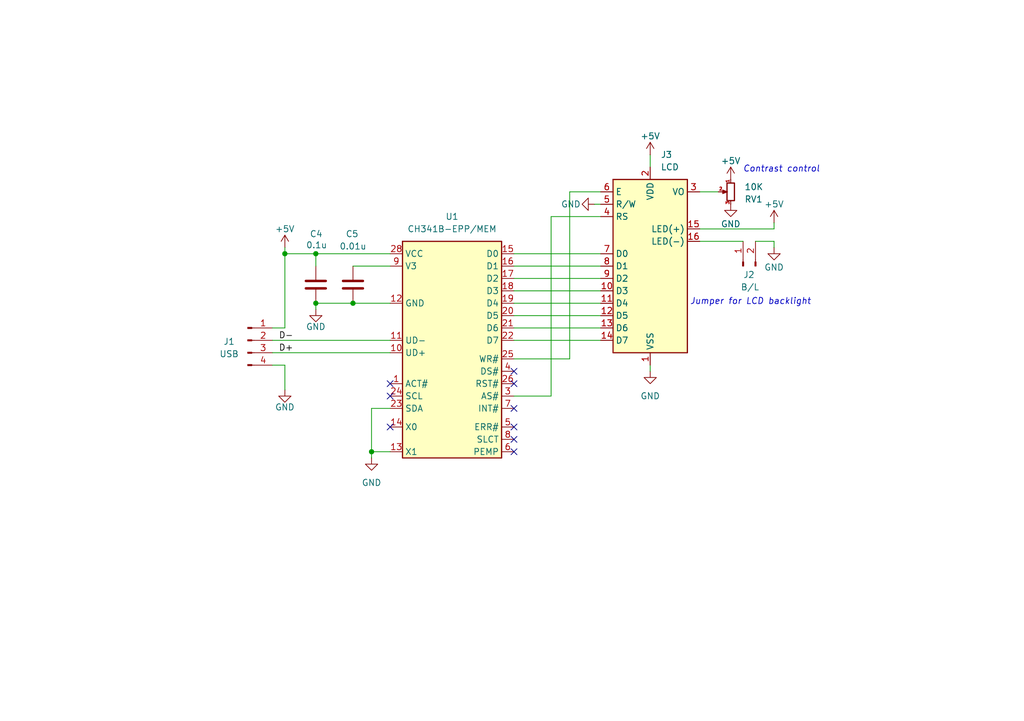
<source format=kicad_sch>
(kicad_sch (version 20250114) (generator "eeschema") (generator_version "9.0")
  (paper "A5")
  (lib_symbols
    (symbol "CH341A:CH341B-EPP/MEM"
      (property "Reference" "U" (at -7.366 29.21 0))
      (property "Value" "CH341B-EPP/MEM" (at -8.89 26.924 0))
      (symbol "CH341B-EPP/MEM_0_1"
        (rectangle (start -10.16 25.4) (end 10.16 -19.05) (stroke (width 0.254)) (fill (type background)))
      )
      (symbol "CH341B-EPP/MEM_1_0"
        (pin power_in line (at -12.7 22.86 0) (length 2.54) (name "VCC") (number "28"))
        (pin power_in line (at -12.7 20.32 0) (length 2.54) (name "V3") (number "9"))
        (pin power_in line (at -12.7 12.7 0) (length 2.54) (name "GND") (number "12"))
        (pin input line (at -12.7 5.08 0) (length 2.54) (name "UD-") (number "11"))
        (pin output line (at -12.7 2.54 0) (length 2.54) (name "UD+") (number "10"))
        (pin input line (at -12.7 -3.81 0) (length 2.54) (name "ACT#") (number "1"))
        (pin passive line (at -12.7 -6.35 0) (length 2.54) (name "SCL") (number "24"))
        (pin passive line (at -12.7 -8.89 0) (length 2.54) (name "SDA") (number "23"))
        (pin passive line (at -12.7 -12.7 0) (length 2.54) (name "X0") (number "14"))
        (pin passive line (at -12.7 -17.78 0) (length 2.54) (name "X1") (number "13"))
        (pin no_connect line (at 10.16 -19.05 180) (length 2.54) (hide yes) (name "NC") (number "18"))
        (pin no_connect line (at 10.16 -19.05 180) (length 2.54) (hide yes) (name "NC") (number "27"))
        (pin bidirectional line (at 12.7 22.86 180) (length 2.54) (name "D0") (number "15"))
        (pin bidirectional line (at 12.7 20.32 180) (length 2.54) (name "D1") (number "16"))
        (pin bidirectional line (at 12.7 17.78 180) (length 2.54) (name "D2") (number "17"))
        (pin bidirectional line (at 12.7 15.24 180) (length 2.54) (name "D3") (number "18"))
        (pin bidirectional line (at 12.7 12.7 180) (length 2.54) (name "D4") (number "19"))
        (pin bidirectional line (at 12.7 10.16 180) (length 2.54) (name "D5") (number "20"))
        (pin bidirectional line (at 12.7 7.62 180) (length 2.54) (name "D6") (number "21"))
        (pin bidirectional line (at 12.7 5.08 180) (length 2.54) (name "D7") (number "22"))
        (pin bidirectional line (at 12.7 1.27 180) (length 2.54) (name "WR#") (number "25"))
        (pin bidirectional line (at 12.7 -1.27 180) (length 2.54) (name "DS#") (number "4"))
        (pin bidirectional line (at 12.7 -3.81 180) (length 2.54) (name "RST#") (number "26"))
        (pin bidirectional line (at 12.7 -6.35 180) (length 2.54) (name "AS#") (number "3"))
        (pin bidirectional line (at 12.7 -8.89 180) (length 2.54) (name "INT#") (number "7"))
        (pin bidirectional line (at 12.7 -12.7 180) (length 2.54) (name "ERR#") (number "5"))
        (pin bidirectional line (at 12.7 -15.24 180) (length 2.54) (name "SLCT") (number "8"))
        (pin bidirectional line (at 12.7 -17.78 180) (length 2.54) (name "PEMP") (number "6"))
      )
    )
    (symbol "Connector:Conn_01x02_Pin" (pin_names (offset 1.016) (hide yes))
      (property "Reference" "J" (at 0 2.54 0))
      (property "Value" "Conn_01x02_Pin" (at 0 -5.08 0))
      (symbol "Conn_01x02_Pin_1_1"
        (rectangle (start 0.8636 0.127) (end 0 -0.127) (stroke (width 0.1524)) (fill (type outline)))
        (rectangle (start 0.8636 -2.413) (end 0 -2.667) (stroke (width 0.1524)) (fill (type outline)))
        (polyline (pts (xy 1.27 0) (xy 0.8636 0)) (stroke (width 0.1524)))
        (polyline (pts (xy 1.27 -2.54) (xy 0.8636 -2.54)) (stroke (width 0.1524)))
        (pin passive line (at 5.08 0 180) (length 3.81) (name "Pin_1") (number "1"))
        (pin passive line (at 5.08 -2.54 180) (length 3.81) (name "Pin_2") (number "2"))
      )
    )
    (symbol "Connector:Conn_01x04_Pin" (pin_names (offset 1.016) (hide yes))
      (property "Reference" "J" (at 0 5.08 0))
      (property "Value" "Conn_01x04_Pin" (at 0 -7.62 0))
      (symbol "Conn_01x04_Pin_1_1"
        (rectangle (start 0.8636 2.667) (end 0 2.413) (stroke (width 0.1524)) (fill (type outline)))
        (rectangle (start 0.8636 0.127) (end 0 -0.127) (stroke (width 0.1524)) (fill (type outline)))
        (rectangle (start 0.8636 -2.413) (end 0 -2.667) (stroke (width 0.1524)) (fill (type outline)))
        (rectangle (start 0.8636 -4.953) (end 0 -5.207) (stroke (width 0.1524)) (fill (type outline)))
        (polyline (pts (xy 1.27 2.54) (xy 0.8636 2.54)) (stroke (width 0.1524)))
        (polyline (pts (xy 1.27 0) (xy 0.8636 0)) (stroke (width 0.1524)))
        (polyline (pts (xy 1.27 -2.54) (xy 0.8636 -2.54)) (stroke (width 0.1524)))
        (polyline (pts (xy 1.27 -5.08) (xy 0.8636 -5.08)) (stroke (width 0.1524)))
        (pin passive line (at 5.08 2.54 180) (length 3.81) (name "Pin_1") (number "1"))
        (pin passive line (at 5.08 0 180) (length 3.81) (name "Pin_2") (number "2"))
        (pin passive line (at 5.08 -2.54 180) (length 3.81) (name "Pin_3") (number "3"))
        (pin passive line (at 5.08 -5.08 180) (length 3.81) (name "Pin_4") (number "4"))
      )
    )
    (symbol "Device:C" (pin_numbers (hide yes)) (pin_names (offset 0.254))
      (property "Reference" "C" (at 0.635 2.54 0))
      (property "Value" "C" (at 0.635 -2.54 0))
      (symbol "C_0_1"
        (polyline (pts (xy -2.032 0.762) (xy 2.032 0.762)) (stroke (width 0.508)))
        (polyline (pts (xy -2.032 -0.762) (xy 2.032 -0.762)) (stroke (width 0.508)))
      )
      (symbol "C_1_1"
        (pin passive line (at 0 3.81 270) (length 2.794) (name "~") (number "1"))
        (pin passive line (at 0 -3.81 90) (length 2.794) (name "~") (number "2"))
      )
    )
    (symbol "Device:R_Potentiometer_Small" (pin_names (offset 1.016) (hide yes))
      (property "Reference" "RV" (at -4.445 0 90))
      (property "Value" "R_Potentiometer_Small" (at -2.54 0 90))
      (symbol "R_Potentiometer_Small_0_1"
        (rectangle (start 0.762 1.8034) (end -0.762 -1.8034) (stroke (width 0.254)))
        (polyline (pts (xy 0.889 0) (xy 0.635 0) (xy 1.651 0.381) (xy 1.651 -0.381) (xy 0.635 0) (xy 0.889 0)) (fill (type outline)))
      )
      (symbol "R_Potentiometer_Small_1_1"
        (pin passive line (at 0 2.54 270) (length 0.635) (name "1") (number "1"))
        (pin passive line (at 0 -2.54 90) (length 0.635) (name "3") (number "3"))
        (pin passive line (at 2.54 0 180) (length 0.9906) (name "2") (number "2"))
      )
    )
    (symbol "Display_Character:WC1602A"
      (property "Reference" "DS" (at -5.842 19.05 0))
      (property "Value" "WC1602A" (at 5.334 19.05 0))
      (symbol "WC1602A_1_1"
        (rectangle (start -7.62 17.78) (end 7.62 -17.78) (stroke (width 0.254)) (fill (type background)))
        (pin input line (at -10.16 15.24 0) (length 2.54) (name "E") (number "6"))
        (pin input line (at -10.16 12.7 0) (length 2.54) (name "R/W") (number "5"))
        (pin input line (at -10.16 10.16 0) (length 2.54) (name "RS") (number "4"))
        (pin input line (at -10.16 2.54 0) (length 2.54) (name "D0") (number "7"))
        (pin input line (at -10.16 0 0) (length 2.54) (name "D1") (number "8"))
        (pin input line (at -10.16 -2.54 0) (length 2.54) (name "D2") (number "9"))
        (pin input line (at -10.16 -5.08 0) (length 2.54) (name "D3") (number "10"))
        (pin input line (at -10.16 -7.62 0) (length 2.54) (name "D4") (number "11"))
        (pin input line (at -10.16 -10.16 0) (length 2.54) (name "D5") (number "12"))
        (pin input line (at -10.16 -12.7 0) (length 2.54) (name "D6") (number "13"))
        (pin input line (at -10.16 -15.24 0) (length 2.54) (name "D7") (number "14"))
        (pin power_in line (at 0 20.32 270) (length 2.54) (name "VDD") (number "2"))
        (pin power_in line (at 0 -20.32 90) (length 2.54) (name "VSS") (number "1"))
        (pin input line (at 10.16 15.24 180) (length 2.54) (name "VO") (number "3"))
        (pin power_in line (at 10.16 7.62 180) (length 2.54) (name "LED(+)") (number "15"))
        (pin power_in line (at 10.16 5.08 180) (length 2.54) (name "LED(-)") (number "16"))
      )
    )
    (symbol "power:+5V" (power) (pin_numbers (hide yes)) (pin_names (offset 0) (hide yes))
      (property "Value" "+5V" (at 0 3.556 0))
      (symbol "+5V_0_1"
        (polyline (pts (xy -0.762 1.27) (xy 0 2.54)))
        (polyline (pts (xy 0 2.54) (xy 0.762 1.27)))
        (polyline (pts (xy 0 0) (xy 0 2.54)))
      )
      (symbol "+5V_1_1"
        (pin power_in line (at 0 0 90) (length 0) (name "~") (number "1"))
      )
    )
    (symbol "power:GND" (power) (pin_numbers (hide yes)) (pin_names (offset 0) (hide yes))
      (property "Value" "GND" (at 0 -3.81 0))
      (symbol "GND_0_1"
        (polyline (pts (xy 0 0) (xy 0 -1.27) (xy 1.27 -1.27) (xy 0 -2.54) (xy -1.27 -1.27) (xy 0 -1.27)))
      )
      (symbol "GND_1_1"
        (pin power_in line (at 0 0 270) (length 0) (name "~") (number "1"))
      )
    )
  )
  (text "Contrast control" (at 160.274 34.798 0) (effects (font (size 1.27 1.27) (italic yes))))
  (text "Jumper for LCD backlight\n" (at 153.924 61.976 0) (effects (font (size 1.27 1.27) (italic yes))))
  (junction (at 72.39 62.23))
  (junction (at 76.2 92.71))
  (junction (at 64.77 52.07))
  (junction (at 58.42 52.07))
  (junction (at 64.77 62.23))
  (no_connect (at 105.41 87.63))
  (no_connect (at 105.41 76.2))
  (no_connect (at 80.01 87.63))
  (no_connect (at 105.41 78.74))
  (no_connect (at 105.41 90.17))
  (no_connect (at 80.01 81.28))
  (no_connect (at 105.41 92.71))
  (no_connect (at 105.41 83.82))
  (no_connect (at 80.01 78.74))
  (wire (pts (xy 58.42 52.07) (xy 58.42 50.8)))
  (wire (pts (xy 154.94 49.53) (xy 158.75 49.53)))
  (wire (pts (xy 105.41 81.28) (xy 113.03 81.28)))
  (wire (pts (xy 121.92 41.91) (xy 123.19 41.91)))
  (wire (pts (xy 80.01 52.07) (xy 64.77 52.07)))
  (wire (pts (xy 55.88 72.39) (xy 80.01 72.39)))
  (wire (pts (xy 105.41 69.85) (xy 123.19 69.85)))
  (wire (pts (xy 158.75 49.53) (xy 158.75 50.8)))
  (wire (pts (xy 116.84 39.37) (xy 123.19 39.37)))
  (wire (pts (xy 133.35 31.75) (xy 133.35 34.29)))
  (wire (pts (xy 105.41 57.15) (xy 123.19 57.15)))
  (wire (pts (xy 105.41 52.07) (xy 123.19 52.07)))
  (wire (pts (xy 105.41 59.69) (xy 123.19 59.69)))
  (wire (pts (xy 76.2 92.71) (xy 76.2 93.98)))
  (wire (pts (xy 143.51 39.37) (xy 147.32 39.37)))
  (wire (pts (xy 105.41 64.77) (xy 123.19 64.77)))
  (wire (pts (xy 105.41 62.23) (xy 123.19 62.23)))
  (wire (pts (xy 55.88 69.85) (xy 80.01 69.85)))
  (wire (pts (xy 64.77 52.07) (xy 64.77 54.61)))
  (wire (pts (xy 58.42 52.07) (xy 58.42 67.31)))
  (wire (pts (xy 143.51 46.99) (xy 158.75 46.99)))
  (wire (pts (xy 143.51 49.53) (xy 152.4 49.53)))
  (wire (pts (xy 58.42 74.93) (xy 58.42 80.01)))
  (wire (pts (xy 64.77 62.23) (xy 64.77 63.5)))
  (wire (pts (xy 72.39 54.61) (xy 80.01 54.61)))
  (wire (pts (xy 113.03 44.45) (xy 123.19 44.45)))
  (wire (pts (xy 55.88 74.93) (xy 58.42 74.93)))
  (wire (pts (xy 105.41 67.31) (xy 123.19 67.31)))
  (wire (pts (xy 58.42 52.07) (xy 64.77 52.07)))
  (wire (pts (xy 105.41 54.61) (xy 123.19 54.61)))
  (wire (pts (xy 116.84 73.66) (xy 105.41 73.66)))
  (wire (pts (xy 76.2 83.82) (xy 76.2 92.71)))
  (wire (pts (xy 72.39 62.23) (xy 64.77 62.23)))
  (wire (pts (xy 80.01 92.71) (xy 76.2 92.71)))
  (wire (pts (xy 113.03 81.28) (xy 113.03 44.45)))
  (wire (pts (xy 55.88 67.31) (xy 58.42 67.31)))
  (wire (pts (xy 80.01 83.82) (xy 76.2 83.82)))
  (wire (pts (xy 133.35 74.93) (xy 133.35 76.2)))
  (wire (pts (xy 158.75 45.72) (xy 158.75 46.99)))
  (wire (pts (xy 116.84 39.37) (xy 116.84 73.66)))
  (wire (pts (xy 80.01 62.23) (xy 72.39 62.23)))
  (label "D+" (at 57.15 72.39 0))
  (label "D-" (at 57.15 69.85 0))
  (symbol (lib_id "CH341A:CH341B-EPP/MEM") (at 92.71 74.93 0) (unit 1)
    (property "Reference" "U1" (at 92.71 44.45 0))
    (property "Value" "CH341B-EPP/MEM" (at 92.71 46.99 0))
    (property "Footprint" "Package_SO:SOP-28_8.4x18.16mm_P1.27mm" (effects (hide yes)))
    (property "Datasheet" "https://www.lcsc.com/datasheet/C19185820.pdf" (effects (hide yes)))
    (property "Description" "USB 2.0 SOP-28-300mil Interface Controllers RoHS, in EPP/MEM mode." (effects (hide yes)))
    (property "LCSC Part #" "C19185820" (effects (hide yes)))
  )
  (symbol (lib_id "power:GND") (at 149.86 41.91 0) (unit 1)
    (property "Reference" "#PWR08" (effects (hide yes)))
    (property "Value" "GND" (at 149.86 45.974 0))
    (property "Description" "Power symbol creates a global label with name \"GND\" , ground" (effects (hide yes)))
  )
  (symbol (lib_id "power:GND") (at 76.2 93.98 0) (unit 1)
    (property "Reference" "#PWR011" (effects (hide yes)))
    (property "Value" "GND" (at 76.2 99.06 0))
    (property "Description" "Power symbol creates a global label with name \"GND\" , ground" (effects (hide yes)))
  )
  (symbol (lib_id "Device:C") (at 72.39 58.42 0) (unit 1)
    (property "Reference" "C5" (at 70.866 48.006 0) (effects (justify left)))
    (property "Value" "0.01u" (at 69.596 50.546 0) (effects (justify left)))
    (property "Footprint" "Capacitor_SMD:C_0805_2012Metric_Pad1.18x1.45mm_HandSolder" (effects (hide yes)))
    (property "Datasheet" "https://www.lcsc.com/datasheet/C519911.pdf" (effects (hide yes)))
    (property "Description" "CAP CER 10nF 25V X7R 0805" (effects (hide yes)))
    (property "LCSC Part #" "C519911" (effects (hide yes)))
  )
  (symbol (lib_id "power:GND") (at 158.75 50.8 0) (unit 1)
    (property "Reference" "#PWR06" (effects (hide yes)))
    (property "Value" "GND" (at 158.75 54.864 0))
    (property "Description" "Power symbol creates a global label with name \"GND\" , ground" (effects (hide yes)))
  )
  (symbol (lib_id "power:+5V") (at 58.42 50.8 0) (unit 1)
    (property "Reference" "#PWR03" (effects (hide yes)))
    (property "Value" "+5V" (at 58.42 46.99 0))
    (property "Description" "Power symbol creates a global label with name \"+5V\"" (effects (hide yes)))
  )
  (symbol (lib_id "Device:C") (at 64.77 58.42 0) (unit 1)
    (property "Reference" "C4" (at 63.5 48.006 0) (effects (justify left)))
    (property "Value" "0.1u" (at 62.738 50.292 0) (effects (justify left)))
    (property "Footprint" "Capacitor_SMD:C_0805_2012Metric_Pad1.18x1.45mm_HandSolder" (effects (hide yes)))
    (property "Datasheet" "https://www.lcsc.com/datasheet/C519981.pdf" (effects (hide yes)))
    (property "Description" "CAP CER 100nF 25V X7R 0805" (effects (hide yes)))
    (property "LCSC Part #" "C519981" (effects (hide yes)))
  )
  (symbol (lib_id "power:GND") (at 133.35 76.2 0) (unit 1)
    (property "Reference" "#PWR01" (effects (hide yes)))
    (property "Value" "GND" (at 133.35 81.28 0))
    (property "Description" "Power symbol creates a global label with name \"GND\" , ground" (effects (hide yes)))
  )
  (symbol (lib_id "power:+5V") (at 158.75 45.72 0) (unit 1)
    (property "Reference" "#PWR07" (effects (hide yes)))
    (property "Value" "+5V" (at 158.75 41.91 0))
    (property "Description" "Power symbol creates a global label with name \"+5V\"" (effects (hide yes)))
  )
  (symbol (lib_id "Device:R_Potentiometer_Small") (at 149.86 39.37 0) (mirror y) (unit 1)
    (property "Reference" "RV1" (at 152.654 40.894 0) (effects (justify right)))
    (property "Value" "10K" (at 152.654 38.354 0) (effects (justify right)))
    (property "Footprint" "Potentiometer_THT:Potentiometer_Vishay_T73YP_Vertical" (effects (hide yes)))
    (property "Datasheet" "https://www.lcsc.com/datasheet/C48997914.pdf" (effects (hide yes)))
    (property "Description" "POT 10kΩ 500mW Through Hole" (effects (hide yes)))
    (property "LCSC Part #" "C48997914" (effects (hide yes)))
  )
  (symbol (lib_id "power:GND") (at 121.92 41.91 270) (unit 1)
    (property "Reference" "#PWR04" (effects (hide yes)))
    (property "Value" "GND" (at 119.126 41.91 90) (effects (justify right)))
    (property "Description" "Power symbol creates a global label with name \"GND\" , ground" (effects (hide yes)))
  )
  (symbol (lib_id "power:+5V") (at 149.86 36.83 0) (unit 1)
    (property "Reference" "#PWR09" (effects (hide yes)))
    (property "Value" "+5V" (at 149.86 33.02 0))
    (property "Description" "Power symbol creates a global label with name \"+5V\"" (effects (hide yes)))
  )
  (symbol (lib_id "power:GND") (at 64.77 63.5 0) (unit 1)
    (property "Reference" "#PWR02" (effects (hide yes)))
    (property "Value" "GND" (at 64.77 67.056 0))
    (property "Description" "Power symbol creates a global label with name \"GND\" , ground" (effects (hide yes)))
  )
  (symbol (lib_id "power:+5V") (at 133.35 31.75 0) (unit 1)
    (property "Reference" "#PWR05" (effects (hide yes)))
    (property "Value" "+5V" (at 133.35 27.94 0))
    (property "Description" "Power symbol creates a global label with name \"+5V\"" (effects (hide yes)))
  )
  (symbol (lib_id "power:GND") (at 58.42 80.01 0) (unit 1)
    (property "Reference" "#PWR010" (effects (hide yes)))
    (property "Value" "GND" (at 58.42 83.566 0))
    (property "Description" "Power symbol creates a global label with name \"GND\" , ground" (effects (hide yes)))
  )
  (symbol (lib_id "Connector:Conn_01x02_Pin") (at 152.4 54.61 90) (unit 1)
    (property "Reference" "J2" (at 152.4 56.388 90) (effects (justify right)))
    (property "Value" "B/L" (at 151.892 58.928 90) (effects (justify right)))
    (property "Footprint" "Connector_PinHeader_2.54mm:PinHeader_1x02_P2.54mm_Vertical" (effects (hide yes)))
    (property "Datasheet" "https://www.lcsc.com/datasheet/C52016390.pdf" (effects (hide yes)))
    (property "Description" "2P 1x2P Gold Brass -40℃~+105℃ Pin Header 2.54mm 2.5mm 6mm 1kV 3mm 3A 1 Through Hole Through Hole,P=2.54mm Headers, Male Pins RoHS" (effects (hide yes)))
    (property "LCSC Part #" "C52016390" (effects (hide yes)))
  )
  (symbol (lib_id "Display_Character:WC1602A") (at 133.35 54.61 0) (unit 1)
    (property "Reference" "J3" (at 135.4933 31.75 0) (effects (justify left)))
    (property "Value" "LCD" (at 135.4933 34.29 0) (effects (justify left)))
    (property "Footprint" "Connector_PinHeader_2.54mm:PinHeader_1x16_P2.54mm_Vertical" (effects (hide yes)))
    (property "Datasheet" "https://www.lcsc.com/datasheet/C41375939.pdf" (effects (hide yes)))
    (property "Description" "CONN HEADER 16POS 2.54mm SINGLE ROW TH" (effects (hide yes)))
    (property "LCSC Part #" "C41375939" (effects (hide yes)))
  )
  (symbol (lib_id "Connector:Conn_01x04_Pin") (at 50.8 69.85 0) (unit 1)
    (property "Reference" "J1" (at 46.99 70.104 0))
    (property "Value" "USB" (at 46.99 72.644 0))
    (property "Footprint" "Connector_PinHeader_2.54mm:PinHeader_1x04_P2.54mm_Vertical" (effects (hide yes)))
    (property "Datasheet" "https://www.lcsc.com/datasheet/C52016392.pdf" (effects (hide yes)))
    (property "Description" "1x4P 4P Gold Brass -40℃~+105℃ Pin Header 2.54mm 2.5mm 6mm 1kV 3mm 3A 1 Through Hole Through Hole,P=2.54mm Headers, Male Pins RoHS" (effects (hide yes)))
    (property "LCSC Part #" "C52016392" (effects (hide yes)))
  )
)
</source>
